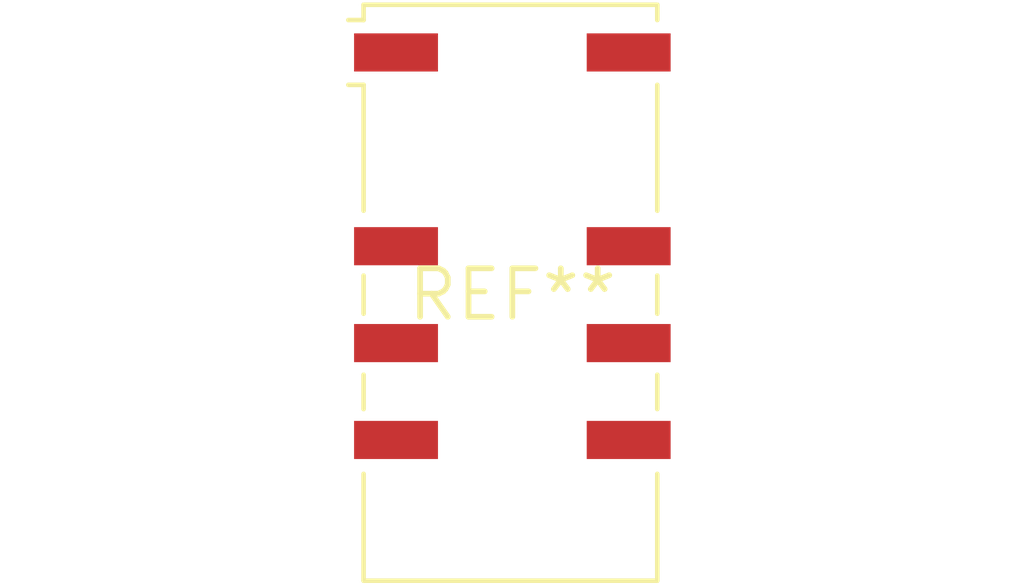
<source format=kicad_pcb>
(kicad_pcb (version 20240108) (generator pcbnew)
  (layers (0 "F.Cu" signal) (31 "B.Cu" signal) (34 "B.Paste" user) (35 "F.Paste" user) (36 "B.SilkS" user "B.Silkscreen") (37 "F.SilkS" user "F.Silkscreen") (38 "B.Mask" user) (39 "F.Mask" user) (44 "Edge.Cuts" user))
  (net 0 "")
  (footprint "Relay_DPDT_Omron_G6S-2G" (layer "F.Cu") (at 0 0)
    (property "Reference" "REF**")
    (property "Value" "Relay_DPDT_Omron_G6S-2G")
    (fp_line (start -4.3 -7.2) (end -3.9 -7.2) (layer "F.SilkS") (stroke (width 0.12)))
    (fp_line (start -3.9 -7.6) (end 3.8 -7.6) (layer "F.SilkS") (stroke (width 0.12)))
    (fp_line (start -3.9 -7.2) (end -3.9 -7.6) (layer "F.SilkS") (stroke (width 0.12)))
    (fp_line (start -3.9 -5.5) (end -4.3 -5.5) (layer "F.SilkS") (stroke (width 0.12)))
    (fp_line (start -3.9 -5.5) (end -3.9 -2.2) (layer "F.SilkS") (stroke (width 0.12)))
    (fp_line (start -3.9 -0.5) (end -3.9 0.5) (layer "F.SilkS") (stroke (width 0.12)))
    (fp_line (start -3.9 2.1) (end -3.9 3) (layer "F.SilkS") (stroke (width 0.12)))
    (fp_line (start -3.9 4.7) (end -3.9 7.5) (layer "F.SilkS") (stroke (width 0.12)))
    (fp_line (start -3.9 7.5) (end 3.8 7.5) (layer "F.SilkS") (stroke (width 0.12)))
    (fp_line (start 3.8 -7.6) (end 3.8 -7.2) (layer "F.SilkS") (stroke (width 0.12)))
    (fp_line (start 3.8 -5.5) (end 3.8 -2.2) (layer "F.SilkS") (stroke (width 0.12)))
    (fp_line (start 3.8 0.5) (end 3.8 -0.5) (layer "F.SilkS") (stroke (width 0.12)))
    (fp_line (start 3.8 3) (end 3.8 2.1) (layer "F.SilkS") (stroke (width 0.12)))
    (fp_line (start 3.8 7.5) (end 3.8 4.7) (layer "F.SilkS") (stroke (width 0.12)))
    (pad "1" smd rect (at -3.05 -6.35) (size 2.2 1) (layers "F.Cu" "F.Paste" "F.Mask"))
    (pad "3" smd rect (at -3.05 -1.27) (size 2.2 1) (layers "F.Cu" "F.Paste" "F.Mask"))
    (pad "4" smd rect (at -3.05 1.27) (size 2.2 1) (layers "F.Cu" "F.Paste" "F.Mask"))
    (pad "5" smd rect (at -3.05 3.81) (size 2.2 1) (layers "F.Cu" "F.Paste" "F.Mask"))
    (pad "8" smd rect (at 3.05 3.81) (size 2.2 1) (layers "F.Cu" "F.Paste" "F.Mask"))
    (pad "9" smd rect (at 3.05 1.27) (size 2.2 1) (layers "F.Cu" "F.Paste" "F.Mask"))
    (pad "10" smd rect (at 3.05 -1.27) (size 2.2 1) (layers "F.Cu" "F.Paste" "F.Mask"))
    (pad "12" smd rect (at 3.05 -6.35) (size 2.2 1) (layers "F.Cu" "F.Paste" "F.Mask"))
  )
)
</source>
